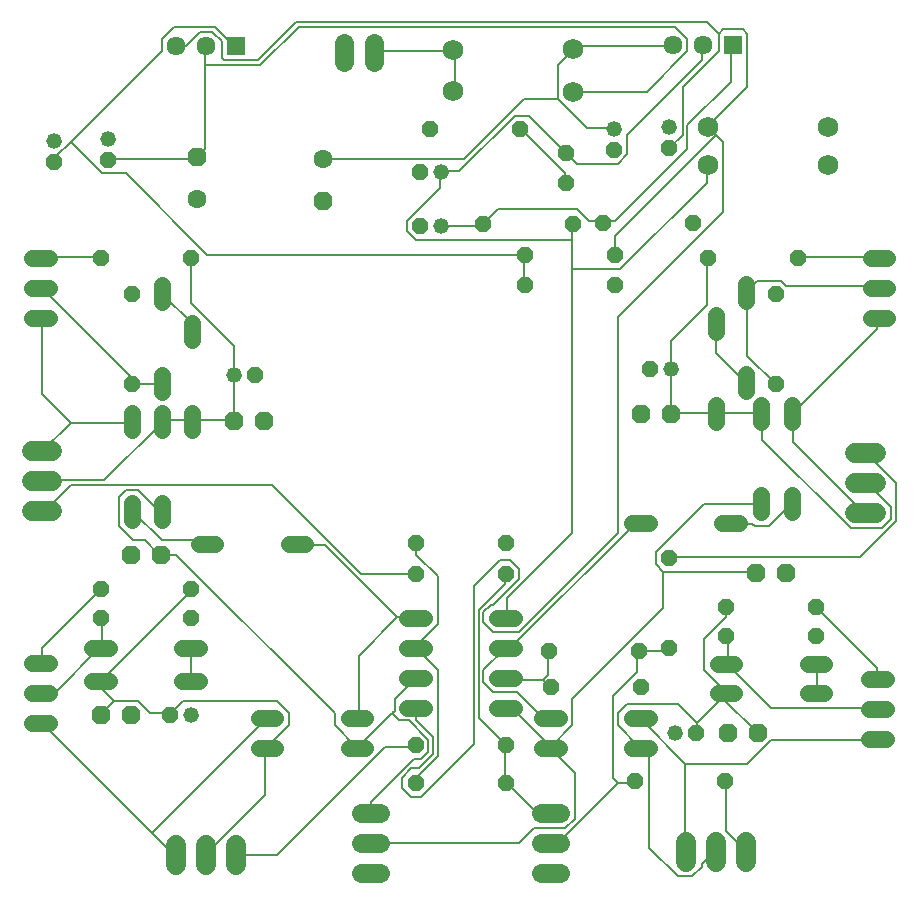
<source format=gbr>
G04 EAGLE Gerber RS-274X export*
G75*
%MOMM*%
%FSLAX34Y34*%
%LPD*%
%INTop Copper*%
%IPPOS*%
%AMOC8*
5,1,8,0,0,1.08239X$1,22.5*%
G01*
%ADD10C,1.727200*%
%ADD11P,1.539592X8X202.500000*%
%ADD12P,1.539592X8X22.500000*%
%ADD13R,1.609600X1.609600*%
%ADD14C,1.609600*%
%ADD15C,1.625600*%
%ADD16P,1.429621X8X292.500000*%
%ADD17C,1.320800*%
%ADD18P,1.429621X8X202.500000*%
%ADD19P,1.732040X8X112.500000*%
%ADD20C,1.600200*%
%ADD21P,1.732040X8X292.500000*%
%ADD22P,1.539592X8X292.500000*%
%ADD23C,1.422400*%
%ADD24P,1.429621X8X22.500000*%
%ADD25C,1.709600*%
%ADD26P,1.539592X8X112.500000*%
%ADD27P,1.732040X8X202.500000*%
%ADD28P,1.732040X8X22.500000*%
%ADD29C,0.203200*%


D10*
X374650Y722453D03*
X476250Y722807D03*
X476246Y686449D03*
X374654Y687691D03*
X692043Y624368D03*
X590443Y624368D03*
X590525Y657252D03*
X692125Y657252D03*
D11*
X476143Y574838D03*
X399943Y574838D03*
D12*
X501650Y575310D03*
X577850Y575310D03*
D11*
X511810Y523240D03*
X435610Y523240D03*
D12*
X435610Y548640D03*
X511810Y548640D03*
D11*
X431026Y654972D03*
X354826Y654972D03*
D13*
X611336Y726177D03*
D14*
X585936Y726177D03*
X560536Y726177D03*
D13*
X190500Y725170D03*
D14*
X165100Y725170D03*
X139700Y725170D03*
D15*
X307340Y728218D02*
X307340Y711962D01*
X281940Y711962D02*
X281940Y728218D01*
D16*
X510540Y637540D03*
D17*
X510540Y655320D03*
D16*
X82550Y628650D03*
D17*
X82550Y646430D03*
D18*
X346710Y572770D03*
D17*
X364490Y572770D03*
D16*
X36830Y627380D03*
D17*
X36830Y645160D03*
D16*
X557530Y638810D03*
D17*
X557530Y656590D03*
D18*
X346710Y618490D03*
D17*
X364490Y618490D03*
D19*
X157480Y631190D03*
D20*
X157480Y595630D03*
D21*
X264160Y594360D03*
D20*
X264160Y629920D03*
D22*
X469900Y635000D03*
X469900Y609600D03*
D23*
X350012Y241300D02*
X335788Y241300D01*
X335788Y215900D02*
X350012Y215900D01*
X411988Y215900D02*
X426212Y215900D01*
X426212Y241300D02*
X411988Y241300D01*
X350012Y190500D02*
X335788Y190500D01*
X335788Y165100D02*
X350012Y165100D01*
X411988Y190500D02*
X426212Y190500D01*
X426212Y165100D02*
X411988Y165100D01*
D15*
X312928Y25400D02*
X296672Y25400D01*
X296672Y50800D02*
X312928Y50800D01*
X312928Y76200D02*
X296672Y76200D01*
X449072Y25400D02*
X465328Y25400D01*
X465328Y50800D02*
X449072Y50800D01*
X449072Y76200D02*
X465328Y76200D01*
D18*
X541020Y452120D03*
D17*
X558800Y452120D03*
D24*
X207010Y447040D03*
D17*
X189230Y447040D03*
D18*
X134620Y158750D03*
D17*
X152400Y158750D03*
D24*
X580390Y143510D03*
D17*
X562610Y143510D03*
D23*
X128270Y400558D02*
X128270Y414782D01*
X128270Y338582D02*
X128270Y324358D01*
X598678Y177800D02*
X612902Y177800D01*
X674878Y177800D02*
X689102Y177800D01*
X596900Y483108D02*
X596900Y497332D01*
X596900Y421132D02*
X596900Y406908D01*
X622300Y509778D02*
X622300Y524002D01*
X622300Y447802D02*
X622300Y433578D01*
X102870Y338582D02*
X102870Y324358D01*
X102870Y400558D02*
X102870Y414782D01*
X235458Y303530D02*
X249682Y303530D01*
X173482Y303530D02*
X159258Y303530D01*
X210058Y156210D02*
X224282Y156210D01*
X286258Y156210D02*
X300482Y156210D01*
X661670Y330708D02*
X661670Y344932D01*
X661670Y406908D02*
X661670Y421132D01*
X540512Y321310D02*
X526288Y321310D01*
X602488Y321310D02*
X616712Y321310D01*
X540512Y156210D02*
X526288Y156210D01*
X464312Y156210D02*
X450088Y156210D01*
X300482Y130810D02*
X286258Y130810D01*
X224282Y130810D02*
X210058Y130810D01*
X159512Y215900D02*
X145288Y215900D01*
X83312Y215900D02*
X69088Y215900D01*
X69088Y187960D02*
X83312Y187960D01*
X145288Y187960D02*
X159512Y187960D01*
X153670Y476758D02*
X153670Y490982D01*
X153670Y414782D02*
X153670Y400558D01*
X128270Y432308D02*
X128270Y446532D01*
X128270Y508508D02*
X128270Y522732D01*
X635000Y421132D02*
X635000Y406908D01*
X635000Y344932D02*
X635000Y330708D01*
X464312Y130810D02*
X450088Y130810D01*
X526288Y130810D02*
X540512Y130810D01*
X674878Y201930D02*
X689102Y201930D01*
X612902Y201930D02*
X598678Y201930D01*
X32512Y495300D02*
X18288Y495300D01*
X18288Y546100D02*
X32512Y546100D01*
X32512Y520700D02*
X18288Y520700D01*
X18288Y152400D02*
X32512Y152400D01*
X32512Y203200D02*
X18288Y203200D01*
X18288Y177800D02*
X32512Y177800D01*
D25*
X35218Y382270D02*
X18122Y382270D01*
X18122Y356870D02*
X35218Y356870D01*
X35218Y331470D02*
X18122Y331470D01*
X139700Y49188D02*
X139700Y32092D01*
X165100Y32092D02*
X165100Y49188D01*
X190500Y49188D02*
X190500Y32092D01*
D23*
X728218Y495300D02*
X742442Y495300D01*
X742442Y546100D02*
X728218Y546100D01*
X728218Y520700D02*
X742442Y520700D01*
X741172Y138430D02*
X726948Y138430D01*
X726948Y189230D02*
X741172Y189230D01*
X741172Y163830D02*
X726948Y163830D01*
D25*
X571500Y51728D02*
X571500Y34632D01*
X596900Y34632D02*
X596900Y51728D01*
X622300Y51728D02*
X622300Y34632D01*
X715352Y330200D02*
X732448Y330200D01*
X732448Y355600D02*
X715352Y355600D01*
X715352Y381000D02*
X732448Y381000D01*
D11*
X419100Y304800D03*
X342900Y304800D03*
X532130Y213360D03*
X455930Y213360D03*
X666750Y546100D03*
X590550Y546100D03*
D26*
X647700Y439420D03*
X647700Y515620D03*
D11*
X681990Y250190D03*
X605790Y250190D03*
D26*
X557530Y215900D03*
X557530Y292100D03*
D11*
X604520Y102870D03*
X528320Y102870D03*
D12*
X605790Y226060D03*
X681990Y226060D03*
D11*
X419100Y101600D03*
X342900Y101600D03*
D12*
X76200Y546100D03*
X152400Y546100D03*
D26*
X102870Y439420D03*
X102870Y515620D03*
D12*
X76200Y265430D03*
X152400Y265430D03*
D11*
X419100Y278130D03*
X342900Y278130D03*
D12*
X342900Y133350D03*
X419100Y133350D03*
X76200Y241300D03*
X152400Y241300D03*
D11*
X533400Y182880D03*
X457200Y182880D03*
D27*
X558800Y414020D03*
X533400Y414020D03*
D28*
X631190Y279400D03*
X656590Y279400D03*
X607060Y143510D03*
X632460Y143510D03*
X189230Y407670D03*
X214630Y407670D03*
D27*
X101600Y158750D03*
X76200Y158750D03*
X127000Y294640D03*
X101600Y294640D03*
D29*
X487680Y656336D02*
X510032Y656336D01*
X487680Y656336D02*
X463296Y680720D01*
X463296Y709168D01*
X475488Y721360D01*
X510032Y656336D02*
X510540Y655320D01*
X475488Y721360D02*
X476250Y722807D01*
X384048Y629920D02*
X264160Y629920D01*
X384048Y629920D02*
X434848Y680720D01*
X463296Y680720D01*
X479552Y725424D02*
X558800Y725424D01*
X479552Y725424D02*
X477520Y723392D01*
X558800Y725424D02*
X560536Y726177D01*
X477520Y723392D02*
X476250Y722807D01*
X156464Y629920D02*
X83312Y629920D01*
X82550Y628650D01*
X156464Y629920D02*
X157480Y631190D01*
X164592Y638048D02*
X164592Y709168D01*
X164592Y723392D01*
X164592Y638048D02*
X158496Y631952D01*
X164592Y723392D02*
X165100Y725170D01*
X158496Y631952D02*
X157480Y631190D01*
X477520Y686816D02*
X538480Y686816D01*
X573024Y721360D01*
X573024Y731520D01*
X562864Y741680D01*
X243840Y741680D01*
X211328Y709168D01*
X164592Y709168D01*
X476246Y686449D02*
X477520Y686816D01*
X373888Y721360D02*
X308864Y721360D01*
X307340Y720090D01*
X373888Y721360D02*
X374650Y722453D01*
X375920Y721360D02*
X375920Y688848D01*
X374654Y687691D01*
X375920Y721360D02*
X374650Y722453D01*
X365760Y573024D02*
X398272Y573024D01*
X365760Y573024D02*
X364490Y572770D01*
X398272Y573024D02*
X399943Y574838D01*
X489712Y577088D02*
X499872Y577088D01*
X489712Y577088D02*
X479552Y587248D01*
X412496Y587248D01*
X400304Y575056D01*
X499872Y577088D02*
X501650Y575310D01*
X400304Y575056D02*
X399943Y574838D01*
X609600Y694944D02*
X609600Y725424D01*
X609600Y694944D02*
X573024Y658368D01*
X573024Y638048D01*
X512064Y577088D01*
X501904Y577088D01*
X609600Y725424D02*
X611336Y726177D01*
X501904Y577088D02*
X501650Y575310D01*
X434848Y548640D02*
X434848Y524256D01*
X435610Y523240D01*
X38608Y627888D02*
X38608Y631952D01*
X50800Y644144D02*
X128016Y721360D01*
X50800Y644144D02*
X38608Y631952D01*
X128016Y721360D02*
X128016Y731520D01*
X138176Y741680D01*
X172720Y741680D01*
X188976Y725424D01*
X38608Y627888D02*
X36830Y627380D01*
X188976Y725424D02*
X190500Y725170D01*
X166624Y548640D02*
X434848Y548640D01*
X166624Y548640D02*
X97536Y617728D01*
X77216Y617728D01*
X50800Y644144D01*
X434848Y548640D02*
X435610Y548640D01*
X557530Y638810D02*
X568960Y650240D01*
X568960Y690880D01*
X599440Y721360D01*
X599440Y735584D01*
X603504Y739648D01*
X619760Y739648D01*
X623824Y735584D01*
X623824Y690880D01*
X591312Y658368D01*
X590525Y657252D01*
X343408Y164592D02*
X343408Y154432D01*
X357632Y140208D01*
X357632Y125984D01*
X345440Y113792D01*
X339344Y113792D01*
X331216Y105664D01*
X331216Y97536D01*
X339344Y89408D01*
X347472Y89408D01*
X392176Y134112D01*
X392176Y268224D01*
X414528Y290576D01*
X422656Y290576D01*
X430784Y282448D01*
X430784Y274320D01*
X408432Y251968D01*
X406400Y251968D01*
X400304Y245872D01*
X400304Y237744D01*
X408432Y229616D01*
X430784Y229616D01*
X514096Y312928D01*
X514096Y495808D01*
X603504Y585216D01*
X603504Y644144D01*
X597408Y650240D02*
X591312Y656336D01*
X597408Y650240D02*
X603504Y644144D01*
X342900Y165100D02*
X343408Y164592D01*
X591312Y656336D02*
X590525Y657252D01*
X512064Y564896D02*
X512064Y548640D01*
X512064Y564896D02*
X597408Y650240D01*
X512064Y548640D02*
X511810Y548640D01*
X148336Y725424D02*
X140208Y725424D01*
X148336Y725424D02*
X160528Y737616D01*
X170688Y737616D01*
X178816Y729488D01*
X178816Y715264D01*
X180848Y713232D01*
X209296Y713232D01*
X241808Y745744D01*
X589280Y745744D01*
X599440Y735584D01*
X140208Y725424D02*
X139700Y725170D01*
X365760Y619760D02*
X379984Y619760D01*
X426720Y666496D01*
X438912Y666496D01*
X469392Y636016D01*
X365760Y619760D02*
X364490Y618490D01*
X469392Y636016D02*
X469900Y635000D01*
X585216Y713232D02*
X585216Y725424D01*
X585216Y713232D02*
X522224Y650240D01*
X522224Y633984D01*
X514096Y625856D01*
X479552Y625856D01*
X471424Y633984D01*
X585216Y725424D02*
X585936Y726177D01*
X471424Y633984D02*
X469900Y635000D01*
X420624Y258064D02*
X420624Y241808D01*
X420624Y258064D02*
X475488Y312928D01*
X475488Y560832D02*
X475488Y573024D01*
X475488Y560832D02*
X475488Y536448D01*
X475488Y312928D01*
X420624Y241808D02*
X419100Y241300D01*
X475488Y573024D02*
X476143Y574838D01*
X589280Y609600D02*
X589280Y623824D01*
X589280Y609600D02*
X516128Y536448D01*
X475488Y536448D01*
X589280Y623824D02*
X590443Y624368D01*
X363728Y617728D02*
X363728Y605536D01*
X335280Y577088D01*
X335280Y568960D01*
X343408Y560832D01*
X475488Y560832D01*
X364490Y618490D02*
X363728Y617728D01*
X469392Y617728D02*
X469392Y609600D01*
X469392Y617728D02*
X432816Y654304D01*
X469392Y609600D02*
X469900Y609600D01*
X432816Y654304D02*
X431026Y654972D01*
X128016Y333248D02*
X123952Y333248D01*
X107696Y349504D01*
X97536Y349504D01*
X91440Y343408D01*
X91440Y319024D01*
X103632Y306832D01*
X113792Y306832D01*
X125984Y294640D01*
X128270Y331470D02*
X128016Y333248D01*
X127000Y294640D02*
X125984Y294640D01*
X323088Y160528D02*
X325120Y162560D01*
X323088Y160528D02*
X293370Y130810D01*
X325120Y162560D02*
X325120Y172720D01*
X342900Y190500D01*
X304800Y85344D02*
X304800Y76200D01*
X304800Y85344D02*
X341376Y121920D01*
X347472Y121920D01*
X353568Y128016D01*
X353568Y138176D01*
X337312Y154432D01*
X329184Y154432D01*
X323088Y160528D01*
X140208Y294640D02*
X127000Y294640D01*
X140208Y294640D02*
X274320Y160528D01*
X274320Y150368D01*
X292608Y132080D01*
X293370Y130810D01*
X215392Y130048D02*
X215392Y91440D01*
X164592Y40640D01*
X215392Y130048D02*
X217170Y130810D01*
X165100Y40640D02*
X164592Y40640D01*
X134112Y160528D02*
X117856Y160528D01*
X107696Y170688D01*
X87376Y170688D01*
X77216Y160528D01*
X134112Y160528D02*
X134620Y158750D01*
X77216Y160528D02*
X76200Y158750D01*
X77216Y180848D02*
X77216Y186944D01*
X77216Y180848D02*
X87376Y170688D01*
X77216Y186944D02*
X76200Y187960D01*
X152400Y264160D01*
X152400Y265430D01*
X235712Y150368D02*
X217424Y132080D01*
X235712Y150368D02*
X235712Y160528D01*
X225552Y170688D01*
X146304Y170688D01*
X136144Y160528D01*
X217424Y132080D02*
X217170Y130810D01*
X136144Y160528D02*
X134620Y158750D01*
X152400Y187960D02*
X152400Y215900D01*
X188976Y408432D02*
X188976Y447040D01*
X152400Y508000D02*
X152400Y546100D01*
X152400Y508000D02*
X188976Y471424D01*
X188976Y447040D01*
X189230Y447040D01*
X152400Y408432D02*
X130048Y408432D01*
X128270Y407670D01*
X152400Y408432D02*
X153670Y407670D01*
X79248Y357632D02*
X28448Y357632D01*
X79248Y357632D02*
X128016Y406400D01*
X28448Y357632D02*
X26670Y356870D01*
X128016Y406400D02*
X128270Y407670D01*
X154432Y408432D02*
X188976Y408432D01*
X189230Y407670D01*
X154432Y408432D02*
X153670Y407670D01*
X152400Y485648D02*
X152400Y491744D01*
X130048Y514096D01*
X152400Y485648D02*
X153670Y483870D01*
X130048Y514096D02*
X128270Y515620D01*
X343408Y105664D02*
X343408Y101600D01*
X343408Y105664D02*
X361696Y123952D01*
X361696Y197104D01*
X342900Y215900D01*
X342900Y101600D02*
X343408Y101600D01*
X343408Y294640D02*
X343408Y304800D01*
X343408Y294640D02*
X361696Y276352D01*
X361696Y235712D01*
X343408Y217424D01*
X343408Y304800D02*
X342900Y304800D01*
X343408Y217424D02*
X342900Y215900D01*
X75184Y546608D02*
X26416Y546608D01*
X25400Y546100D01*
X75184Y546608D02*
X76200Y546100D01*
X103632Y331216D02*
X128016Y306832D01*
X162560Y306832D01*
X164592Y304800D01*
X103632Y331216D02*
X102870Y331470D01*
X164592Y304800D02*
X166370Y303530D01*
X101600Y406400D02*
X50800Y406400D01*
X26670Y382270D01*
X101600Y406400D02*
X102870Y407670D01*
X26416Y430784D02*
X26416Y493776D01*
X26416Y430784D02*
X50800Y406400D01*
X26416Y493776D02*
X25400Y495300D01*
X243840Y302768D02*
X266192Y302768D01*
X327152Y241808D01*
X341376Y241808D01*
X243840Y302768D02*
X242570Y303530D01*
X341376Y241808D02*
X342900Y241300D01*
X294640Y209296D02*
X294640Y156464D01*
X294640Y209296D02*
X327152Y241808D01*
X294640Y156464D02*
X293370Y156210D01*
X138176Y40640D02*
X119888Y58928D01*
X26416Y152400D01*
X25400Y152400D01*
X138176Y40640D02*
X139700Y40640D01*
X119888Y58928D02*
X217170Y156210D01*
X101600Y445008D02*
X26416Y520192D01*
X101600Y445008D02*
X101600Y440944D01*
X26416Y520192D02*
X25400Y520700D01*
X101600Y440944D02*
X102870Y439420D01*
X103632Y438912D02*
X128016Y438912D01*
X128270Y439420D01*
X103632Y438912D02*
X102870Y439420D01*
X26416Y215392D02*
X26416Y203200D01*
X26416Y215392D02*
X75184Y264160D01*
X26416Y203200D02*
X25400Y203200D01*
X75184Y264160D02*
X76200Y265430D01*
X296672Y278384D02*
X341376Y278384D01*
X296672Y278384D02*
X221488Y353568D01*
X50800Y353568D01*
X28448Y331216D01*
X341376Y278384D02*
X342900Y278130D01*
X28448Y331216D02*
X26670Y331470D01*
X316992Y132080D02*
X341376Y132080D01*
X316992Y132080D02*
X225552Y40640D01*
X190500Y40640D01*
X341376Y132080D02*
X342900Y133350D01*
X38608Y178816D02*
X26416Y178816D01*
X38608Y178816D02*
X75184Y215392D01*
X26416Y178816D02*
X25400Y177800D01*
X75184Y215392D02*
X76200Y215900D01*
X77216Y217424D02*
X77216Y239776D01*
X76200Y241300D01*
X77216Y217424D02*
X76200Y215900D01*
X418592Y132080D02*
X418592Y101600D01*
X419100Y101600D01*
X418592Y132080D02*
X419100Y133350D01*
X418592Y270256D02*
X418592Y276352D01*
X418592Y270256D02*
X396240Y247904D01*
X396240Y156464D01*
X418592Y134112D01*
X418592Y276352D02*
X419100Y278130D01*
X418592Y134112D02*
X419100Y133350D01*
X445008Y77216D02*
X457200Y77216D01*
X445008Y77216D02*
X420624Y101600D01*
X457200Y77216D02*
X457200Y76200D01*
X420624Y101600D02*
X419100Y101600D01*
X587248Y337312D02*
X633984Y337312D01*
X587248Y337312D02*
X546608Y296672D01*
X546608Y286512D01*
X552704Y280416D01*
X629920Y280416D01*
X633984Y337312D02*
X635000Y337820D01*
X629920Y280416D02*
X631190Y279400D01*
X424688Y164592D02*
X420624Y164592D01*
X424688Y164592D02*
X457200Y132080D01*
X420624Y164592D02*
X419100Y165100D01*
X430784Y50800D02*
X304800Y50800D01*
X430784Y50800D02*
X442976Y62992D01*
X469392Y62992D01*
X477520Y71120D01*
X477520Y109728D01*
X457200Y130048D01*
X457200Y130810D01*
X552704Y249936D02*
X552704Y280416D01*
X552704Y249936D02*
X475488Y172720D01*
X475488Y150368D01*
X457200Y132080D01*
X457200Y130810D01*
X581152Y144272D02*
X581152Y152400D01*
X601472Y172720D02*
X605536Y176784D01*
X601472Y172720D02*
X581152Y152400D01*
X581152Y144272D02*
X580390Y143510D01*
X605536Y176784D02*
X605790Y177800D01*
X532384Y132080D02*
X514096Y150368D01*
X514096Y160528D01*
X522224Y168656D01*
X564896Y168656D01*
X581152Y152400D01*
X533400Y130810D02*
X532384Y132080D01*
X605536Y241808D02*
X605536Y249936D01*
X605536Y241808D02*
X587248Y223520D01*
X587248Y197104D01*
X605536Y178816D01*
X605536Y249936D02*
X605790Y250190D01*
X605536Y178816D02*
X605790Y177800D01*
X603504Y172720D02*
X631952Y144272D01*
X603504Y172720D02*
X601472Y172720D01*
X631952Y144272D02*
X632460Y143510D01*
X601472Y172720D02*
X605790Y177800D01*
X595376Y42672D02*
X585216Y32512D01*
X585216Y30480D01*
X577088Y22352D01*
X564896Y22352D01*
X540512Y46736D01*
X540512Y123952D01*
X534416Y130048D01*
X595376Y42672D02*
X596900Y43180D01*
X534416Y130048D02*
X533400Y130810D01*
X682752Y178816D02*
X682752Y201168D01*
X682752Y178816D02*
X681990Y177800D01*
X682752Y201168D02*
X681990Y201930D01*
X558800Y414528D02*
X558800Y452120D01*
X589280Y505968D02*
X589280Y544576D01*
X589280Y505968D02*
X558800Y475488D01*
X558800Y452120D01*
X589280Y544576D02*
X590550Y546100D01*
X597408Y414528D02*
X633984Y414528D01*
X597408Y414528D02*
X596900Y414020D01*
X633984Y414528D02*
X635000Y414020D01*
X725424Y355600D02*
X745744Y335280D01*
X745744Y325120D01*
X737616Y316992D01*
X711200Y316992D01*
X636016Y392176D01*
X636016Y412496D01*
X723900Y355600D02*
X725424Y355600D01*
X636016Y412496D02*
X635000Y414020D01*
X595376Y414528D02*
X558800Y414528D01*
X558800Y414020D01*
X595376Y414528D02*
X596900Y414020D01*
X597408Y465328D02*
X597408Y489712D01*
X597408Y465328D02*
X621792Y440944D01*
X597408Y489712D02*
X596900Y490220D01*
X621792Y440944D02*
X622300Y440690D01*
X451104Y188976D02*
X420624Y188976D01*
X451104Y188976D02*
X457200Y182880D01*
X420624Y188976D02*
X419100Y190500D01*
X455168Y193040D02*
X455168Y213360D01*
X455168Y193040D02*
X451104Y188976D01*
X455168Y213360D02*
X455930Y213360D01*
X668528Y546608D02*
X733552Y546608D01*
X668528Y546608D02*
X666750Y546100D01*
X733552Y546608D02*
X735330Y546100D01*
X627888Y321056D02*
X609600Y321056D01*
X627888Y321056D02*
X629920Y319024D01*
X642112Y319024D01*
X660400Y337312D01*
X609600Y321310D02*
X609600Y321056D01*
X660400Y337312D02*
X661670Y337820D01*
X662432Y390144D02*
X662432Y412496D01*
X662432Y390144D02*
X723392Y329184D01*
X662432Y412496D02*
X661670Y414020D01*
X723900Y330200D02*
X723392Y329184D01*
X733552Y485648D02*
X733552Y493776D01*
X733552Y485648D02*
X662432Y414528D01*
X733552Y493776D02*
X735330Y495300D01*
X662432Y414528D02*
X661670Y414020D01*
X457200Y156464D02*
X451104Y156464D01*
X428752Y178816D01*
X408432Y178816D01*
X400304Y186944D01*
X400304Y197104D01*
X419100Y215900D01*
X457200Y156464D02*
X457200Y156210D01*
X528320Y321056D02*
X532384Y321056D01*
X528320Y321056D02*
X424688Y217424D01*
X420624Y217424D01*
X532384Y321056D02*
X533400Y321310D01*
X420624Y217424D02*
X419100Y215900D01*
X534416Y154432D02*
X570992Y117856D01*
X570992Y44704D01*
X534416Y154432D02*
X533400Y156210D01*
X570992Y44704D02*
X571500Y43180D01*
X644144Y138176D02*
X733552Y138176D01*
X644144Y138176D02*
X623824Y117856D01*
X570992Y117856D01*
X733552Y138176D02*
X734060Y138430D01*
X623824Y463296D02*
X623824Y516128D01*
X623824Y463296D02*
X647700Y439420D01*
X623824Y516128D02*
X622300Y516890D01*
X656336Y522224D02*
X733552Y522224D01*
X656336Y522224D02*
X652272Y526288D01*
X631952Y526288D01*
X623824Y518160D01*
X733552Y522224D02*
X735330Y520700D01*
X623824Y518160D02*
X622300Y516890D01*
X733552Y199136D02*
X733552Y191008D01*
X733552Y199136D02*
X682752Y249936D01*
X733552Y191008D02*
X734060Y189230D01*
X682752Y249936D02*
X681990Y250190D01*
X719328Y292608D02*
X558800Y292608D01*
X719328Y292608D02*
X749808Y323088D01*
X749808Y355600D01*
X725424Y379984D01*
X558800Y292608D02*
X557530Y292100D01*
X723900Y381000D02*
X725424Y379984D01*
X605536Y101600D02*
X605536Y60960D01*
X621792Y44704D01*
X605536Y101600D02*
X604520Y102870D01*
X621792Y44704D02*
X622300Y43180D01*
X607568Y203200D02*
X607568Y225552D01*
X607568Y203200D02*
X605790Y201930D01*
X607568Y225552D02*
X605790Y226060D01*
X644144Y164592D02*
X733552Y164592D01*
X644144Y164592D02*
X607568Y201168D01*
X733552Y164592D02*
X734060Y163830D01*
X607568Y201168D02*
X605790Y201930D01*
X554736Y213360D02*
X532130Y213360D01*
X554736Y213360D02*
X556768Y215392D01*
X557530Y215900D01*
X528320Y101600D02*
X514096Y101600D01*
X463296Y50800D01*
X457200Y50800D01*
X528320Y101600D02*
X528320Y102870D01*
X530352Y195072D02*
X530352Y213360D01*
X530352Y195072D02*
X510032Y174752D01*
X510032Y105664D01*
X514096Y101600D01*
X530352Y213360D02*
X532130Y213360D01*
M02*

</source>
